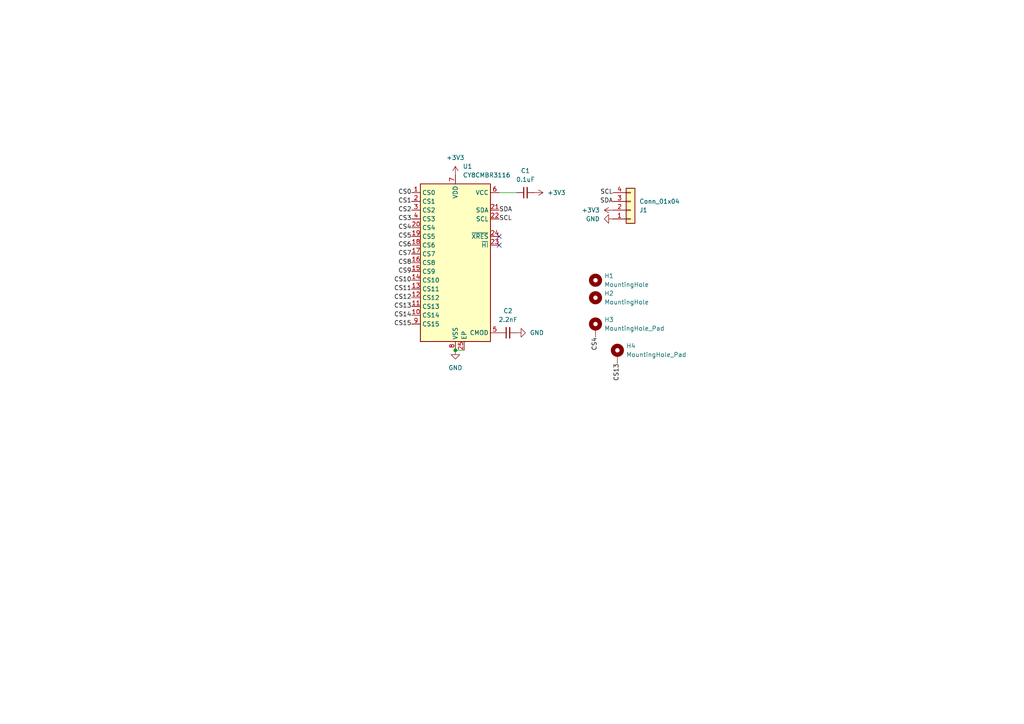
<source format=kicad_sch>
(kicad_sch (version 20250114) (generator "eeschema") (generator_version "9.0")
  (paper "A4")
  (lib_symbols
    (symbol "Connector_Generic:Conn_01x04" (pin_names (offset 1.016) (hide yes))
      (property "Reference" "J" (at 0 5.08 0))
      (property "Value" "Conn_01x04" (at 0 -7.62 0))
      (symbol "Conn_01x04_1_1"
        (rectangle (start -1.27 3.81) (end 1.27 -6.35) (stroke (width 0.254)) (fill (type background)))
        (rectangle (start -1.27 2.667) (end 0 2.413) (stroke (width 0.1524)))
        (rectangle (start -1.27 0.127) (end 0 -0.127) (stroke (width 0.1524)))
        (rectangle (start -1.27 -2.413) (end 0 -2.667) (stroke (width 0.1524)))
        (rectangle (start -1.27 -4.953) (end 0 -5.207) (stroke (width 0.1524)))
        (pin passive line (at -5.08 2.54 0) (length 3.81) (name "Pin_1") (number "1"))
        (pin passive line (at -5.08 0 0) (length 3.81) (name "Pin_2") (number "2"))
        (pin passive line (at -5.08 -2.54 0) (length 3.81) (name "Pin_3") (number "3"))
        (pin passive line (at -5.08 -5.08 0) (length 3.81) (name "Pin_4") (number "4"))
      )
    )
    (symbol "Device:C_Small" (pin_numbers (hide yes)) (pin_names (offset 0.254) (hide yes))
      (property "Reference" "C" (at 0.254 1.778 0))
      (property "Value" "C_Small" (at 0.254 -2.032 0))
      (symbol "C_Small_0_1"
        (polyline (pts (xy -1.524 0.508) (xy 1.524 0.508)) (stroke (width 0.3048)))
        (polyline (pts (xy -1.524 -0.508) (xy 1.524 -0.508)) (stroke (width 0.3302)))
      )
      (symbol "C_Small_1_1"
        (pin passive line (at 0 2.54 270) (length 2.032) (name "~") (number "1"))
        (pin passive line (at 0 -2.54 90) (length 2.032) (name "~") (number "2"))
      )
    )
    (symbol "Mechanical:MountingHole" (pin_names (offset 1.016)) (exclude_from_sim yes) (in_bom no)
      (property "Reference" "H" (at 0 5.08 0))
      (property "Value" "MountingHole" (at 0 3.175 0))
      (symbol "MountingHole_0_1"
        (circle (center 0 0) (radius 1.27) (stroke (width 1.27)))
      )
    )
    (symbol "Mechanical:MountingHole_Pad" (pin_numbers (hide yes)) (pin_names (offset 1.016) (hide yes)) (exclude_from_sim yes) (in_bom no)
      (property "Reference" "H" (at 0 6.35 0))
      (property "Value" "MountingHole_Pad" (at 0 4.445 0))
      (symbol "MountingHole_Pad_0_1"
        (circle (center 0 1.27) (radius 1.27) (stroke (width 1.27)))
      )
      (symbol "MountingHole_Pad_1_1"
        (pin input line (at 0 -2.54 90) (length 2.54) (name "1") (number "1"))
      )
    )
    (symbol "Sensor_Touch:CY8CMBR3116"
      (property "Reference" "U" (at -10.16 24.13 0))
      (property "Value" "CY8CMBR3116" (at 1.27 24.13 0))
      (symbol "CY8CMBR3116_0_1"
        (rectangle (start -10.16 22.86) (end 10.16 -22.86) (stroke (width 0.254)) (fill (type background)))
      )
      (symbol "CY8CMBR3116_1_1"
        (pin passive line (at -12.7 20.32 0) (length 2.54) (name "CS0") (number "1"))
        (pin passive line (at -12.7 17.78 0) (length 2.54) (name "CS1") (number "2"))
        (pin passive line (at -12.7 15.24 0) (length 2.54) (name "CS2") (number "3"))
        (pin passive line (at -12.7 12.7 0) (length 2.54) (name "CS3") (number "4"))
        (pin passive line (at -12.7 10.16 0) (length 2.54) (name "CS4") (number "20"))
        (pin passive line (at -12.7 7.62 0) (length 2.54) (name "CS5") (number "19"))
        (pin passive line (at -12.7 5.08 0) (length 2.54) (name "CS6") (number "18"))
        (pin passive line (at -12.7 2.54 0) (length 2.54) (name "CS7") (number "17"))
        (pin passive line (at -12.7 0 0) (length 2.54) (name "CS8") (number "16"))
        (pin passive line (at -12.7 -2.54 0) (length 2.54) (name "CS9") (number "15"))
        (pin passive line (at -12.7 -5.08 0) (length 2.54) (name "CS10") (number "14"))
        (pin passive line (at -12.7 -7.62 0) (length 2.54) (name "CS11") (number "13"))
        (pin passive line (at -12.7 -10.16 0) (length 2.54) (name "CS12") (number "12"))
        (pin passive line (at -12.7 -12.7 0) (length 2.54) (name "CS13") (number "11"))
        (pin passive line (at -12.7 -15.24 0) (length 2.54) (name "CS14") (number "10"))
        (pin passive line (at -12.7 -17.78 0) (length 2.54) (name "CS15") (number "9"))
        (pin power_in line (at 0 25.4 270) (length 2.54) (name "VDD") (number "7"))
        (pin power_in line (at 0 -25.4 90) (length 2.54) (name "VSS") (number "8"))
        (pin passive line (at 2.54 -25.4 90) (length 2.54) (name "EP") (number "25"))
        (pin passive line (at 12.7 20.32 180) (length 2.54) (name "VCC") (number "6"))
        (pin bidirectional line (at 12.7 15.24 180) (length 2.54) (name "SDA") (number "21"))
        (pin input line (at 12.7 12.7 180) (length 2.54) (name "SCL") (number "22"))
        (pin input line (at 12.7 7.62 180) (length 2.54) (name "~{XRES}") (number "24"))
        (pin bidirectional line (at 12.7 5.08 180) (length 2.54) (name "~{HI}") (number "23"))
        (pin passive line (at 12.7 -20.32 180) (length 2.54) (name "CMOD") (number "5"))
      )
    )
    (symbol "power:+3V3" (power) (pin_numbers (hide yes)) (pin_names (offset 0) (hide yes))
      (property "Value" "+3V3" (at 0 3.556 0))
      (symbol "+3V3_0_1"
        (polyline (pts (xy -0.762 1.27) (xy 0 2.54)))
        (polyline (pts (xy 0 2.54) (xy 0.762 1.27)))
        (polyline (pts (xy 0 0) (xy 0 2.54)))
      )
      (symbol "+3V3_1_1"
        (pin power_in line (at 0 0 90) (length 0) (name "~") (number "1"))
      )
    )
    (symbol "power:GND" (power) (pin_numbers (hide yes)) (pin_names (offset 0) (hide yes))
      (property "Value" "GND" (at 0 -3.81 0))
      (symbol "GND_0_1"
        (polyline (pts (xy 0 0) (xy 0 -1.27) (xy 1.27 -1.27) (xy 0 -2.54) (xy -1.27 -1.27) (xy 0 -1.27)))
      )
      (symbol "GND_1_1"
        (pin power_in line (at 0 0 270) (length 0) (name "~") (number "1"))
      )
    )
  )
  (junction (at 132.08 101.6))
  (no_connect (at 144.78 71.12))
  (no_connect (at 144.78 68.58))
  (wire (pts (xy 132.08 101.6) (xy 134.62 101.6)))
  (wire (pts (xy 144.78 55.88) (xy 149.86 55.88)))
  (label "CS10" (at 119.38 81.28 180))
  (label "CS4" (at 172.72 97.79 270))
  (label "CS3" (at 119.38 63.5 180))
  (label "SCL" (at 144.78 63.5 0))
  (label "CS4" (at 119.38 66.04 180))
  (label "SDA" (at 144.78 60.96 0))
  (label "CS15" (at 119.38 93.98 180))
  (label "CS8" (at 119.38 76.2 180))
  (label "CS1" (at 119.38 58.42 180))
  (label "SDA" (at 177.8 58.42 180))
  (label "CS6" (at 119.38 71.12 180))
  (label "CS14" (at 119.38 91.44 180))
  (label "CS7" (at 119.38 73.66 180))
  (label "CS11" (at 119.38 83.82 180))
  (label "CS12" (at 119.38 86.36 180))
  (label "CS13" (at 179.07 105.41 270))
  (label "CS5" (at 119.38 68.58 180))
  (label "CS13" (at 119.38 88.9 180))
  (label "CS9" (at 119.38 78.74 180))
  (label "SCL" (at 177.8 55.88 180))
  (label "CS0" (at 119.38 55.88 180))
  (label "CS2" (at 119.38 60.96 180))
  (symbol (lib_id "Device:C_Small") (at 147.32 96.52 90) (unit 1)
    (property "Reference" "C2" (at 147.3263 90.17 90))
    (property "Value" "2.2nF" (at 147.3263 92.71 90))
    (property "Footprint" "Capacitor_SMD:C_0805_2012Metric" (effects (hide yes)))
    (property "Description" "Unpolarized capacitor, small symbol" (effects (hide yes)))
  )
  (symbol (lib_id "Sensor_Touch:CY8CMBR3116") (at 132.08 76.2 0) (unit 1)
    (property "Reference" "U1" (at 134.2233 48.26 0) (effects (justify left)))
    (property "Value" "CY8CMBR3116" (at 134.2233 50.8 0) (effects (justify left)))
    (property "Footprint" "Package_DFN_QFN:QFN-24-1EP_4x4mm_P0.5mm_EP2.6x2.6mm" (effects (hide yes)))
    (property "Datasheet" "http://www.cypress.com/?docID=49119" (effects (hide yes)))
    (property "Description" "CapSense Controller, 16 Sensors, QFN-24+EP" (effects (hide yes)))
  )
  (symbol (lib_id "Mechanical:MountingHole_Pad") (at 172.72 95.25 0) (unit 1) (exclude_from_sim yes) (in_bom no)
    (property "Reference" "H3" (at 175.26 92.7099 0) (effects (justify left)))
    (property "Value" "MountingHole_Pad" (at 175.26 95.2499 0) (effects (justify left)))
    (property "Footprint" "MountingHole:MountingHole_2.2mm_M2_ISO7380_Pad" (effects (hide yes)))
    (property "Description" "Mounting Hole with connection" (effects (hide yes)))
  )
  (symbol (lib_id "Mechanical:MountingHole") (at 172.72 81.28 0) (unit 1) (exclude_from_sim yes) (in_bom no)
    (property "Reference" "H1" (at 175.26 80.0099 0) (effects (justify left)))
    (property "Value" "MountingHole" (at 175.26 82.5499 0) (effects (justify left)))
    (property "Footprint" "footprints:JLCPCB_PCBA_ToolingHole" (effects (hide yes)))
    (property "Description" "Mounting Hole without connection" (effects (hide yes)))
  )
  (symbol (lib_id "power:GND") (at 132.08 101.6 0) (unit 1)
    (property "Reference" "#PWR03" (effects (hide yes)))
    (property "Value" "GND" (at 132.08 106.68 0))
    (property "Description" "Power symbol creates a global label with name \"GND\" , ground" (effects (hide yes)))
  )
  (symbol (lib_id "power:GND") (at 149.86 96.52 90) (unit 1)
    (property "Reference" "#PWR06" (effects (hide yes)))
    (property "Value" "GND" (at 153.67 96.5199 90) (effects (justify right)))
    (property "Description" "Power symbol creates a global label with name \"GND\" , ground" (effects (hide yes)))
  )
  (symbol (lib_id "power:+3V3") (at 132.08 50.8 0) (unit 1)
    (property "Reference" "#PWR04" (effects (hide yes)))
    (property "Value" "+3V3" (at 132.08 45.72 0))
    (property "Description" "Power symbol creates a global label with name \"+3V3\"" (effects (hide yes)))
  )
  (symbol (lib_id "power:GND") (at 177.8 63.5 270) (unit 1)
    (property "Reference" "#PWR02" (effects (hide yes)))
    (property "Value" "GND" (at 173.99 63.4999 90) (effects (justify right)))
    (property "Description" "Power symbol creates a global label with name \"GND\" , ground" (effects (hide yes)))
  )
  (symbol (lib_id "power:+3V3") (at 177.8 60.96 90) (unit 1)
    (property "Reference" "#PWR01" (effects (hide yes)))
    (property "Value" "+3V3" (at 173.99 60.9599 90) (effects (justify left)))
    (property "Description" "Power symbol creates a global label with name \"+3V3\"" (effects (hide yes)))
  )
  (symbol (lib_id "Device:C_Small") (at 152.4 55.88 90) (unit 1)
    (property "Reference" "C1" (at 152.4063 49.53 90))
    (property "Value" "0.1uF" (at 152.4063 52.07 90))
    (property "Footprint" "Capacitor_SMD:C_0603_1608Metric" (effects (hide yes)))
    (property "Description" "Unpolarized capacitor, small symbol" (effects (hide yes)))
  )
  (symbol (lib_id "Connector_Generic:Conn_01x04") (at 182.88 60.96 0) (mirror x) (unit 1)
    (property "Reference" "J1" (at 185.42 60.9601 0) (effects (justify left)))
    (property "Value" "Conn_01x04" (at 185.42 58.4201 0) (effects (justify left)))
    (property "Footprint" "Connector_JST:JST_SH_SM04B-SRSS-TB_1x04-1MP_P1.00mm_Horizontal" (effects (hide yes)))
    (property "Description" "Generic connector, single row, 01x04, script generated (kicad-library-utils/schlib/autogen/connector/)" (effects (hide yes)))
  )
  (symbol (lib_id "Mechanical:MountingHole") (at 172.72 86.36 0) (unit 1) (exclude_from_sim yes) (in_bom no)
    (property "Reference" "H2" (at 175.26 85.0899 0) (effects (justify left)))
    (property "Value" "MountingHole" (at 175.26 87.6299 0) (effects (justify left)))
    (property "Footprint" "footprints:JLCPCB_PCBA_ToolingHole" (effects (hide yes)))
    (property "Description" "Mounting Hole without connection" (effects (hide yes)))
  )
  (symbol (lib_id "Mechanical:MountingHole_Pad") (at 179.07 102.87 0) (unit 1) (exclude_from_sim yes) (in_bom no)
    (property "Reference" "H4" (at 181.61 100.3299 0) (effects (justify left)))
    (property "Value" "MountingHole_Pad" (at 181.61 102.8699 0) (effects (justify left)))
    (property "Footprint" "MountingHole:MountingHole_2.2mm_M2_ISO7380_Pad" (effects (hide yes)))
    (property "Description" "Mounting Hole with connection" (effects (hide yes)))
  )
  (symbol (lib_id "power:+3V3") (at 154.94 55.88 270) (unit 1)
    (property "Reference" "#PWR05" (effects (hide yes)))
    (property "Value" "+3V3" (at 158.75 55.8799 90) (effects (justify left)))
    (property "Description" "Power symbol creates a global label with name \"+3V3\"" (effects (hide yes)))
  )
)
</source>
